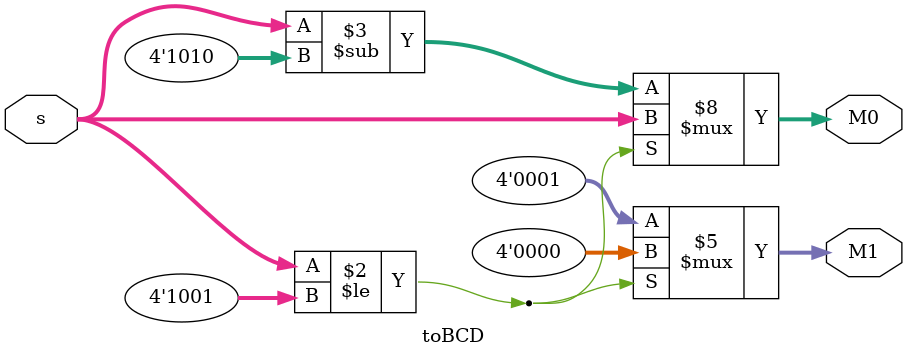
<source format=v>

module toBCD(s, M0, M1);
	input [3:0]s; // input
	output reg [3:0]M0;	//outputs
	output reg [3:0]M1;
	
	always @ (s)
		if(s <= 4'b1001) begin // Case if input is less than 10
			M0 = s;
			M1 = 4'b0000;
		end
		else begin  // else if input is greater than 10
			M0 = s - 4'b1010;
			M1 = 7'b0001;
		end
endmodule
</source>
